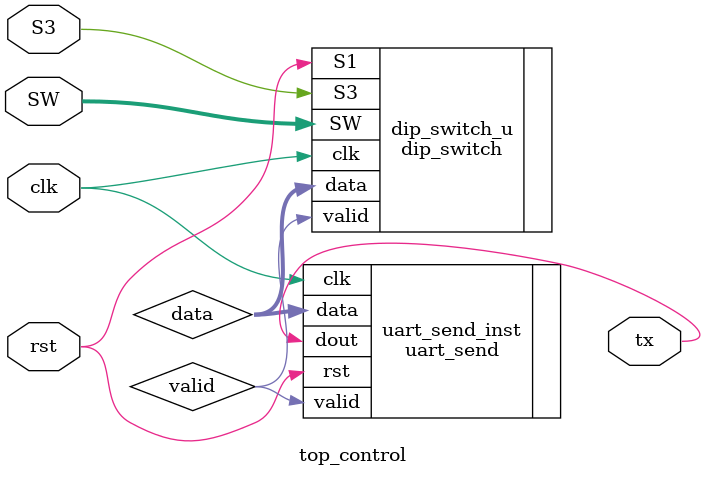
<source format=v>
`timescale 1ns / 1ps


module top_control(
    input wire clk,
    input wire rst,
    // input wire [7:0] data,
    input wire S3,
    // input wire S1,
    input wire [7:0] SW,
    output wire tx
  );

  wire valid;
  wire [7:0] data;

  // SW拨码开关模块实例化
  dip_switch dip_switch_u(
               .clk(clk),
               .S1(rst),
               .SW(SW),
               .S3(S3),
               .valid(valid),
               .data(data)
             );

  // UART发送模块实例化
  uart_send uart_send_inst (
              .clk(clk),
              .rst(rst),
              .valid(valid),
              .data(data),
              .dout(tx)
            );

  // uart_recv uart_recv_u(
  //             .clk(clk),
  //             .rst(rst),
  //             .din(tx),
  //             .data(display)
  //           );

endmodule

</source>
